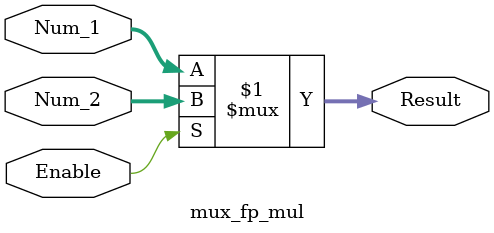
<source format=v>
module mux_fp_mul
(
    input  [31:0]   Num_1, Num_2,
    input           Enable,
    output [31:0]   Result
);

assign Result = (Enable)? Num_2 : Num_1;
    
endmodule //mux_fp_mul



</source>
